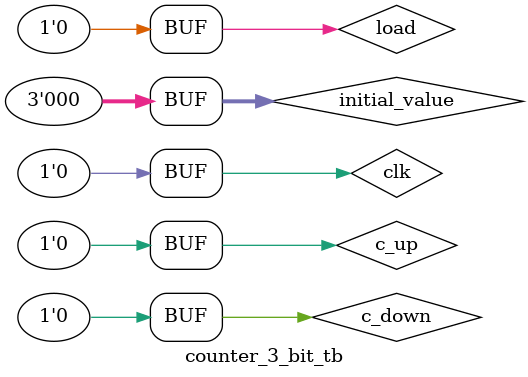
<source format=v>
`include "mux2_1.v"
`include "d_flip_flop.v"

module counter_3_bit(
input c_up, //signal for enabling count-up
input c_down, //sighnal for enabling count-down
input load, //signal for loading the register
input clk, //clock signal
input [2:0]initial_value, //the initial value of the counter, which is 0
output [2:0]q, //the output of the counter
output [2:0]not_q
);

wire [2:0]sw;
wire [2:0]w;

mux2_1 mux2_inst10(.i({initial_value[0], (not_q[0] & (c_up ^ c_down))}), .sel(load), .o(sw[0]));
mux2_1 mux2_inst11(.i({initial_value[1], ((q[0]^q[1]) & c_up & ~(c_down)) | (~(q[0]^q[1]) & ~(c_up) & c_down)}), .sel(load), .o(sw[1]));
mux2_1 mux2_inst12(.i({initial_value[2], (c_down & ~q[2] & ~q[1] & ~q[0]) | (c_down & q[2] & q[0]) | (c_down & q[2] & q[1]) | (c_up & ~q[2] & q[1] & q[0]) | (c_up & q[2] & ~q[1]) | (c_up & q[2] & ~q[0])}), .sel(load), .o(sw[2]));
mux2_1 mux2_inst13(.i({q[0],sw[0]}), .sel(~(load | c_up | c_down)), .o(w[0]));
mux2_1 mux2_inst14(.i({q[1],sw[1]}), .sel(~(load | c_up | c_down)), .o(w[1]));
mux2_1 mux2_inst15(.i({q[2],sw[2]}), .sel(~(load | c_up | c_down)), .o(w[2]));

genvar i;
generate
for(i=0;i<=2;i=i+1)
	begin: d_flip_flop
		d_flip_flop dff(.d(w[i]), .clk(clk), .q(q[i]), .not_q(not_q[i]));
	end
endgenerate

endmodule

module counter_3_bit_tb();

reg c_up;
reg c_down;
reg load;
reg clk;
reg [2:0]initial_value;
wire [2:0]q;
wire [2:0]not_q;

counter_3_bit DUT_COUNTER(.c_up(c_up), .c_down(c_down), .load(load), .clk(clk), .initial_value(initial_value), .q(q), .not_q(not_q));

initial begin
clk=1'b0;
repeat (70) #(50) clk=~clk;
end

initial begin
initial_value=3'b000;
c_up=0;
c_down=0;
load=1;
#100;
load=0;
c_up=1;
#1000;
c_up=0;
c_down=1;
#1000;
c_down=0;
end

endmodule
</source>
